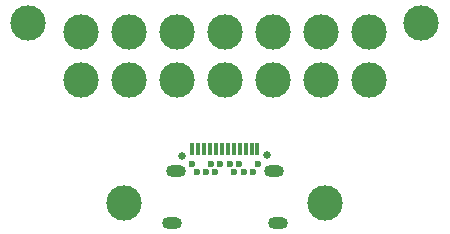
<source format=gbr>
%TF.GenerationSoftware,KiCad,Pcbnew,7.0.5*%
%TF.CreationDate,2024-03-07T09:09:49-05:00*%
%TF.ProjectId,commapogo_female,636f6d6d-6170-46f6-976f-5f66656d616c,rev?*%
%TF.SameCoordinates,Original*%
%TF.FileFunction,Soldermask,Top*%
%TF.FilePolarity,Negative*%
%FSLAX46Y46*%
G04 Gerber Fmt 4.6, Leading zero omitted, Abs format (unit mm)*
G04 Created by KiCad (PCBNEW 7.0.5) date 2024-03-07 09:09:49*
%MOMM*%
%LPD*%
G01*
G04 APERTURE LIST*
%ADD10C,3.000000*%
%ADD11C,0.650000*%
%ADD12O,1.700000X1.000000*%
%ADD13R,0.300000X1.000000*%
%ADD14C,0.600000*%
G04 APERTURE END LIST*
D10*
%TO.C,H1*%
X-16637000Y6858000D03*
%TD*%
D11*
%TO.C,J2*%
X-3600000Y-4370000D03*
X3595000Y-4335000D03*
D12*
X-4125000Y-5620000D03*
X-4485000Y-10010000D03*
X4485000Y-10010000D03*
X4125000Y-5620000D03*
D13*
X-2750000Y-3810000D03*
X-2250000Y-3810000D03*
X-1750000Y-3810000D03*
X-1250000Y-3810000D03*
X-750000Y-3810000D03*
X-250000Y-3810000D03*
X250000Y-3810000D03*
X750000Y-3810000D03*
X1250000Y-3810000D03*
X1750000Y-3810000D03*
X2250000Y-3810000D03*
X2750000Y-3810000D03*
D14*
X2800000Y-5020000D03*
X2400000Y-5720000D03*
X1600000Y-5720000D03*
X1200000Y-5020000D03*
X800000Y-5720000D03*
X400000Y-5020000D03*
X-400000Y-5020000D03*
X-800000Y-5720000D03*
X-1200000Y-5020000D03*
X-1600000Y-5720000D03*
X-2400000Y-5720000D03*
X-2800000Y-5020000D03*
%TD*%
D10*
%TO.C,H4*%
X8509000Y-8382000D03*
%TD*%
%TO.C,H3*%
X-8509000Y-8382000D03*
%TD*%
%TO.C,H2*%
X16637000Y6858000D03*
%TD*%
%TO.C,J1*%
X-12192000Y6096000D03*
X-8128000Y6096000D03*
X-4064000Y6096000D03*
X0Y6096000D03*
X4064000Y6096000D03*
X8128000Y6096000D03*
X12192000Y6096000D03*
X-12192000Y2032000D03*
X-8128000Y2032000D03*
X-4064000Y2032000D03*
X0Y2032000D03*
X4064000Y2032000D03*
X8128000Y2032000D03*
X12192000Y2032000D03*
%TD*%
M02*

</source>
